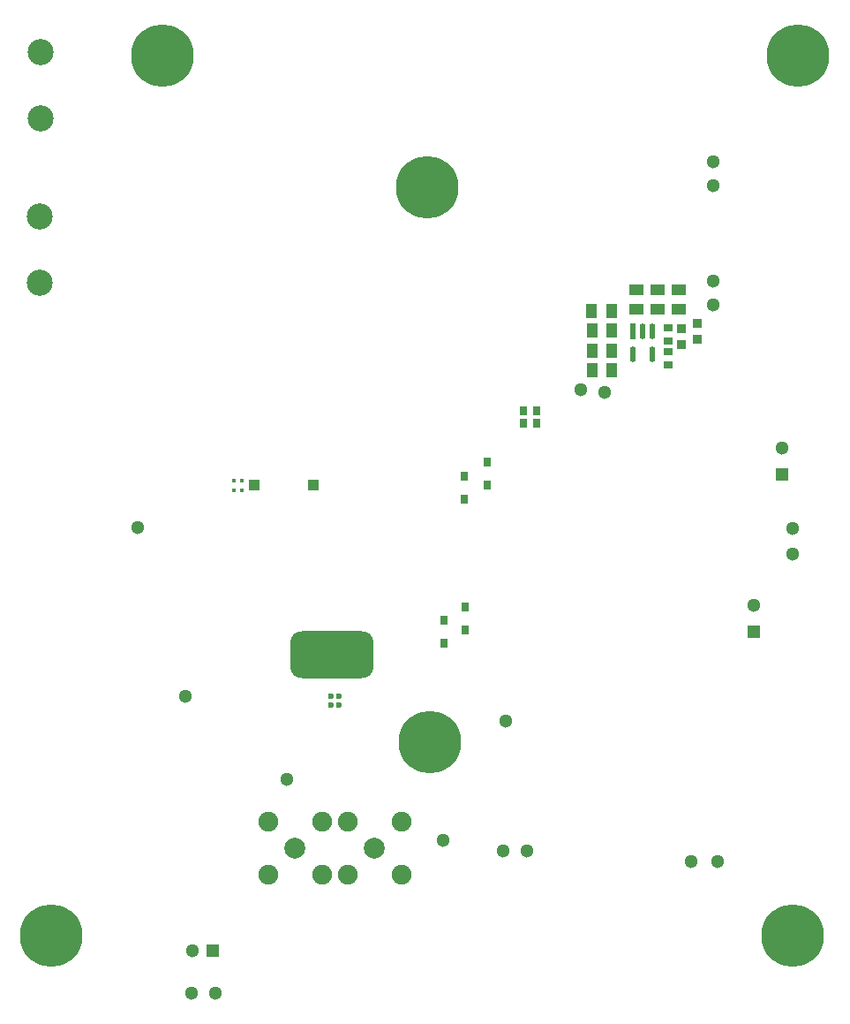
<source format=gbr>
%TF.GenerationSoftware,Altium Limited,Altium Designer,22.9.1 (49)*%
G04 Layer_Color=255*
%FSLAX45Y45*%
%MOMM*%
%TF.SameCoordinates,B7DE9D22-2107-43EB-A15B-9EDAE082944A*%
%TF.FilePolarity,Positive*%
%TF.FileFunction,Pads,Bot*%
%TF.Part,Single*%
G01*
G75*
%TA.AperFunction,SMDPad,CuDef*%
%ADD10R,1.45000X1.00000*%
%ADD12C,1.30000*%
%ADD13R,1.00000X1.45000*%
%ADD14R,0.75000X0.85000*%
G04:AMPARAMS|DCode=19|XSize=8mm|YSize=4.5mm|CornerRadius=1.125mm|HoleSize=0mm|Usage=FLASHONLY|Rotation=180.000|XOffset=0mm|YOffset=0mm|HoleType=Round|Shape=RoundedRectangle|*
%AMROUNDEDRECTD19*
21,1,8.00000,2.25000,0,0,180.0*
21,1,5.75000,4.50000,0,0,180.0*
1,1,2.25000,-2.87500,1.12500*
1,1,2.25000,2.87500,1.12500*
1,1,2.25000,2.87500,-1.12500*
1,1,2.25000,-2.87500,-1.12500*
%
%ADD19ROUNDEDRECTD19*%
%ADD20R,0.45000X0.45000*%
%ADD23R,0.85000X0.75000*%
G04:AMPARAMS|DCode=38|XSize=1.50543mm|YSize=0.57583mm|CornerRadius=0.28791mm|HoleSize=0mm|Usage=FLASHONLY|Rotation=90.000|XOffset=0mm|YOffset=0mm|HoleType=Round|Shape=RoundedRectangle|*
%AMROUNDEDRECTD38*
21,1,1.50543,0.00000,0,0,90.0*
21,1,0.92960,0.57583,0,0,90.0*
1,1,0.57583,0.00000,0.46480*
1,1,0.57583,0.00000,-0.46480*
1,1,0.57583,0.00000,-0.46480*
1,1,0.57583,0.00000,0.46480*
%
%ADD38ROUNDEDRECTD38*%
%ADD39R,0.57583X1.50543*%
%ADD40R,0.95000X0.95000*%
%TA.AperFunction,ComponentPad*%
%ADD55C,1.30000*%
%ADD56C,6.00000*%
%ADD57C,1.90500*%
%ADD58C,2.00660*%
%ADD59C,0.60000*%
%ADD60C,2.50000*%
%ADD61R,1.30000X1.30000*%
%ADD62R,1.30000X1.30000*%
%TA.AperFunction,SMDPad,CuDef*%
%ADD64R,1.00000X1.00000*%
%ADD65R,0.80000X0.90000*%
D10*
X6827520Y8477000D02*
D03*
Y8287000D02*
D03*
X7029388Y8478510D02*
D03*
Y8288509D02*
D03*
X6622988Y8478510D02*
D03*
Y8288509D02*
D03*
D12*
X6324600Y7493000D02*
D03*
X6096000Y7518400D02*
D03*
D13*
X6199120Y7703820D02*
D03*
X6389120D02*
D03*
X6198630Y8276528D02*
D03*
X6388631D02*
D03*
X6199120Y7894320D02*
D03*
X6389120D02*
D03*
X6199120Y8084820D02*
D03*
X6389120D02*
D03*
D14*
X5544820Y7317740D02*
D03*
X5669820D02*
D03*
X5543528Y7200870D02*
D03*
X5668528D02*
D03*
D19*
X3708400Y4978400D02*
D03*
D20*
X2765278Y6647044D02*
D03*
X2845279D02*
D03*
X2763814Y6558280D02*
D03*
X2843814D02*
D03*
D23*
X6934200Y7760700D02*
D03*
Y7885700D02*
D03*
Y8114300D02*
D03*
Y7989300D02*
D03*
D38*
X6778948Y7856911D02*
D03*
Y8076988D02*
D03*
X6588948Y7856911D02*
D03*
X6683948Y8076988D02*
D03*
D39*
X6588948D02*
D03*
D40*
X7061200Y8101400D02*
D03*
Y7951400D02*
D03*
X7213600Y8002200D02*
D03*
Y8152200D02*
D03*
D55*
X5372100Y4343400D02*
D03*
X3276600Y3784600D02*
D03*
X4775200Y3200400D02*
D03*
X1841500Y6197600D02*
D03*
X2298700Y4584700D02*
D03*
X7407663Y3001843D02*
D03*
X5350798Y3098800D02*
D03*
X8128000Y6189980D02*
D03*
X7366000Y9707182D02*
D03*
Y8331200D02*
D03*
X2590800Y1739900D02*
D03*
X2365400Y2146300D02*
D03*
X5579398Y3098800D02*
D03*
X7153663Y3001843D02*
D03*
X2362200Y1739900D02*
D03*
X8026400Y6959600D02*
D03*
X7366000Y8564182D02*
D03*
Y9474200D02*
D03*
X7749540Y5450840D02*
D03*
X8128000Y5943600D02*
D03*
D56*
X2082800Y10718800D02*
D03*
X8128000Y2286000D02*
D03*
X4622800Y9461500D02*
D03*
X8178800Y10718800D02*
D03*
X4648200Y4140200D02*
D03*
X1016000Y2286000D02*
D03*
D57*
X3608070Y3379470D02*
D03*
Y2868930D02*
D03*
X3097530Y3379470D02*
D03*
Y2868930D02*
D03*
X4370070Y3379470D02*
D03*
Y2868930D02*
D03*
X3859530D02*
D03*
Y3379470D02*
D03*
D58*
X3352800Y3124200D02*
D03*
X4114800D02*
D03*
D59*
X3694682Y4579142D02*
D03*
X3774682D02*
D03*
Y4499142D02*
D03*
X3694682D02*
D03*
D60*
X914400Y10121900D02*
D03*
Y10756900D02*
D03*
X905798Y8542020D02*
D03*
Y9177020D02*
D03*
D61*
X2565400Y2146300D02*
D03*
D62*
X8026400Y6705600D02*
D03*
X7749540Y5196840D02*
D03*
D64*
X3527778Y6605767D02*
D03*
X2957778D02*
D03*
D65*
X5198398Y6608300D02*
D03*
Y6828300D02*
D03*
X4779298Y5308600D02*
D03*
Y5088600D02*
D03*
X4978400Y6468600D02*
D03*
Y6688600D02*
D03*
X4979958Y5221460D02*
D03*
Y5441460D02*
D03*
%TF.MD5,8ed67686d9c8e87baddeb9cf0e96f713*%
M02*

</source>
